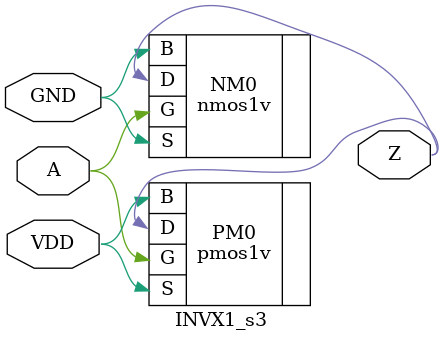
<source format=v>

module INVX1_s3 (
VDD,A,GND,Z );
input  VDD;
input  A;
input  GND;
output  Z;
wire VDD;
wire Z;
wire A;
wire GND;

nmos1v    
 NM0  ( .S( GND ), .G( A ), .B( GND ), .D( Z ) );

pmos1v    
 PM0  ( .S( VDD ), .G( A ), .B( VDD ), .D( Z ) );

endmodule


</source>
